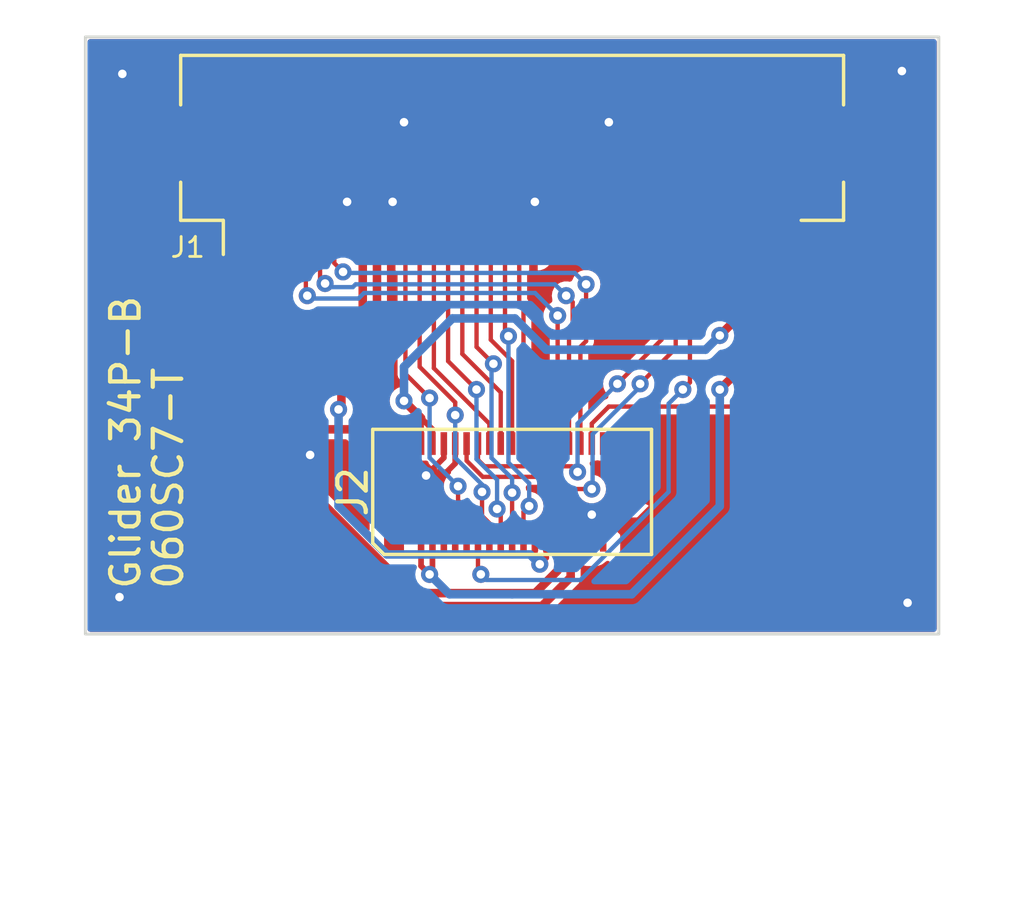
<source format=kicad_pcb>
(kicad_pcb (version 20240108) (generator "pcbnew") (generator_version "8.0")
  (layers (0 "F.Cu" signal) (31 "B.Cu" signal) (34 "B.Paste" user) (35 "F.Paste" user) (36 "B.SilkS" user "B.Silkscreen") (37 "F.SilkS" user "F.Silkscreen") (38 "B.Mask" user) (39 "F.Mask" user) (44 "Edge.Cuts" user))
  (net 0 "")
  (net 1 "VGL")
  (net 2 "GND")
  (net 3 "VGH")
  (net 4 "VCOM")
  (net 5 "VPOS")
  (net 6 "VNEG")
  (net 7 "+3V3")
  (net 10 "/BORDER")
  (net 14 "/GDOE")
  (net 15 "/GDCLK")
  (net 16 "/GDSP")
  (net 17 "/ESDCLK")
  (net 18 "/ED0")
  (net 19 "/ED8")
  (net 20 "/ED1")
  (net 21 "/ED9")
  (net 22 "/ED2")
  (net 23 "/ED10")
  (net 24 "/ED3")
  (net 25 "/ED11")
  (net 26 "/ED4")
  (net 27 "/ED12")
  (net 28 "/ED5")
  (net 29 "/ED13")
  (net 30 "/ED6")
  (net 31 "/ED14")
  (net 32 "/ED7")
  (net 33 "/ED15")
  (net 34 "/SDCE0")
  (net 35 "/ESDLE")
  (net 36 "/ESDOE")
  (footprint "footprints:AXT334124" (layer "F.Cu") (at 166 89)
    (property "Reference" "J2" (at -5.6 0 90) (layer "F.SilkS"))
    (property "Value" "AXT334124")
    (fp_line (start -4.9 -2.2) (end 4.9 -2.2) (stroke (width 0.12)) (layer "F.SilkS"))
    (fp_line (start -4.9 1.8) (end -4.9 -2.2) (stroke (width 0.12)) (layer "F.SilkS"))
    (fp_line (start -4.5 2.2) (end -4.9 1.8) (stroke (width 0.12)) (layer "F.SilkS"))
    (fp_line (start 4.9 -2.2) (end 4.9 2.2) (stroke (width 0.12)) (layer "F.SilkS"))
    (fp_line (start 4.9 2.2) (end -4.5 2.2) (stroke (width 0.12)) (layer "F.SilkS"))
    (pad "1" smd rect (at -3.2 1.7) (size 0.23 0.8) (layers "F.Cu" "F.Paste" "F.Mask") (net 6 "VNEG"))
    (pad "2" smd rect (at -3.2 -1.7) (size 0.23 0.8) (layers "F.Cu" "F.Paste" "F.Mask") (net 5 "VPOS"))
    (pad "3" smd rect (at -2.8 1.7) (size 0.23 0.8) (layers "F.Cu" "F.Paste" "F.Mask") (net 6 "VNEG"))
    (pad "4" smd rect (at -2.8 -1.7) (size 0.23 0.8) (layers "F.Cu" "F.Paste" "F.Mask") (net 5 "VPOS"))
    (pad "5" smd rect (at -2.4 1.7) (size 0.23 0.8) (layers "F.Cu" "F.Paste" "F.Mask") (net 7 "+3V3"))
    (pad "6" smd rect (at -2.4 -1.7) (size 0.23 0.8) (layers "F.Cu" "F.Paste" "F.Mask") (net 2 "GND"))
    (pad "7" smd rect (at -2 1.7) (size 0.23 0.8) (layers "F.Cu" "F.Paste" "F.Mask") (net 7 "+3V3"))
    (pad "8" smd rect (at -2 -1.7) (size 0.23 0.8) (layers "F.Cu" "F.Paste" "F.Mask") (net 2 "GND"))
    (pad "9" smd rect (at -1.6 1.7) (size 0.23 0.8) (layers "F.Cu" "F.Paste" "F.Mask") (net 17 "/ESDCLK"))
    (pad "10" smd rect (at -1.6 -1.7) (size 0.23 0.8) (layers "F.Cu" "F.Paste" "F.Mask") (net 35 "/ESDLE"))
    (pad "11" smd rect (at -1.2 1.7) (size 0.23 0.8) (layers "F.Cu" "F.Paste" "F.Mask") (net 36 "/ESDOE"))
    (pad "12" smd rect (at -1.2 -1.7) (size 0.23 0.8) (layers "F.Cu" "F.Paste" "F.Mask") (net 34 "/SDCE0"))
    (pad "13" smd rect (at -0.8 1.7) (size 0.23 0.8) (layers "F.Cu" "F.Paste" "F.Mask") (net 18 "/ED0"))
    (pad "14" smd rect (at -0.8 -1.7) (size 0.23 0.8) (layers "F.Cu" "F.Paste" "F.Mask") (net 20 "/ED1"))
    (pad "15" smd rect (at -0.4 1.7) (size 0.23 0.8) (layers "F.Cu" "F.Paste" "F.Mask") (net 22 "/ED2"))
    (pad "16" smd rect (at -0.4 -1.7) (size 0.23 0.8) (layers "F.Cu" "F.Paste" "F.Mask") (net 24 "/ED3"))
    (pad "17" smd rect (at 0 1.7) (size 0.23 0.8) (layers "F.Cu" "F.Paste" "F.Mask") (net 26 "/ED4"))
    (pad "18" smd rect (at 0 -1.7) (size 0.23 0.8) (layers "F.Cu" "F.Paste" "F.Mask") (net 28 "/ED5"))
    (pad "19" smd rect (at 0.4 1.7) (size 0.23 0.8) (layers "F.Cu" "F.Paste" "F.Mask") (net 30 "/ED6"))
    (pad "20" smd rect (at 0.4 -1.7) (size 0.23 0.8) (layers "F.Cu" "F.Paste" "F.Mask") (net 32 "/ED7"))
    (pad "21" smd rect (at 0.8 1.7) (size 0.23 0.8) (layers "F.Cu" "F.Paste" "F.Mask") (net 4 "VCOM"))
    (pad "22" smd rect (at 0.8 -1.7) (size 0.23 0.8) (layers "F.Cu" "F.Paste" "F.Mask"))
    (pad "23" smd rect (at 1.2 1.7) (size 0.23 0.8) (layers "F.Cu" "F.Paste" "F.Mask") (net 4 "VCOM"))
    (pad "24" smd rect (at 1.2 -1.7) (size 0.23 0.8) (layers "F.Cu" "F.Paste" "F.Mask"))
    (pad "25" smd rect (at 1.6 1.7) (size 0.23 0.8) (layers "F.Cu" "F.Paste" "F.Mask") (net 3 "VGH"))
    (pad "26" smd rect (at 1.6 -1.7) (size 0.23 0.8) (layers "F.Cu" "F.Paste" "F.Mask") (net 14 "/GDOE"))
    (pad "27" smd rect (at 2 1.7) (size 0.23 0.8) (layers "F.Cu" "F.Paste" "F.Mask") (net 1 "VGL"))
    (pad "28" smd rect (at 2 -1.7) (size 0.23 0.8) (layers "F.Cu" "F.Paste" "F.Mask") (net 15 "/GDCLK"))
    (pad "29" smd rect (at 2.4 1.7) (size 0.23 0.8) (layers "F.Cu" "F.Paste" "F.Mask") (net 1 "VGL"))
    (pad "30" smd rect (at 2.4 -1.7) (size 0.23 0.8) (layers "F.Cu" "F.Paste" "F.Mask") (net 16 "/GDSP"))
    (pad "31" smd rect (at 2.8 1.7) (size 0.23 0.8) (layers "F.Cu" "F.Paste" "F.Mask") (net 2 "GND"))
    (pad "32" smd rect (at 2.8 -1.7) (size 0.23 0.8) (layers "F.Cu" "F.Paste" "F.Mask") (net 10 "/BORDER"))
    (pad "33" smd rect (at 3.2 1.7) (size 0.23 0.8) (layers "F.Cu" "F.Paste" "F.Mask"))
    (pad "34" smd rect (at 3.2 -1.7) (size 0.23 0.8) (layers "F.Cu" "F.Paste" "F.Mask"))
    (pad "MP" smd rect (at -4.15 -1.5) (size 0.7 1.2) (layers "F.Cu" "F.Paste" "F.Mask") (net 2 "GND"))
    (pad "MP" smd rect (at -4.15 1.5) (size 0.7 1.2) (layers "F.Cu" "F.Paste" "F.Mask") (net 2 "GND"))
    (pad "MP" smd rect (at 4.15 -1.5) (size 0.7 1.2) (layers "F.Cu" "F.Paste" "F.Mask") (net 2 "GND"))
    (pad "MP" smd rect (at 4.15 1.5) (size 0.7 1.2) (layers "F.Cu" "F.Paste" "F.Mask") (net 2 "GND"))
  )
  (footprint "footprints:Hirose_FH12-40S-0.5SH_1x40-1MP_P0.50mm_Horizontal_Reversed" (layer "F.Cu") (at 166 78.15 180)
    (property "Reference" "J1" (at 11.4 -2.25 0) (layer "F.SilkS") (effects (font (size 0.7 0.7) (thickness 0.1))))
    (property "Value" "FH12-40S-0.5SH")
    (fp_line (start 11.65 4.5) (end 11.65 2.76) (stroke (width 0.12)) (layer "F.SilkS"))
    (fp_line (start 11.65 -1.3) (end 11.65 0.04) (stroke (width 0.12)) (layer "F.SilkS"))
    (fp_line (start 10.16 -1.3) (end 11.65 -1.3) (stroke (width 0.12)) (layer "F.SilkS"))
    (fp_line (start 10.15 -1.3) (end 10.15 -2.5) (stroke (width 0.12)) (layer "F.SilkS"))
    (fp_line (start -10.16 -1.3) (end -11.65 -1.3) (stroke (width 0.12)) (layer "F.SilkS"))
    (fp_line (start -11.65 4.5) (end 11.65 4.5) (stroke (width 0.12)) (layer "F.SilkS"))
    (fp_line (start -11.65 2.76) (end -11.65 4.5) (stroke (width 0.12)) (layer "F.SilkS"))
    (fp_line (start -11.65 -1.3) (end -11.65 0.04) (stroke (width 0.12)) (layer "F.SilkS"))
    (pad "1" smd rect (at 9.75 -1.9) (size 0.3 1.3) (layers "F.Cu" "F.Paste" "F.Mask") (net 1 "VGL"))
    (pad "2" smd rect (at 9.25 -1.9) (size 0.3 1.3) (layers "F.Cu" "F.Paste" "F.Mask"))
    (pad "3" smd rect (at 8.75 -1.9) (size 0.3 1.3) (layers "F.Cu" "F.Paste" "F.Mask") (net 3 "VGH"))
    (pad "4" smd rect (at 8.25 -1.9) (size 0.3 1.3) (layers "F.Cu" "F.Paste" "F.Mask"))
    (pad "5" smd rect (at 7.75 -1.9) (size 0.3 1.3) (layers "F.Cu" "F.Paste" "F.Mask") (net 7 "+3V3"))
    (pad "6" smd rect (at 7.25 -1.9) (size 0.3 1.3) (layers "F.Cu" "F.Paste" "F.Mask") (net 14 "/GDOE"))
    (pad "7" smd rect (at 6.75 -1.9) (size 0.3 1.3) (layers "F.Cu" "F.Paste" "F.Mask") (net 15 "/GDCLK"))
    (pad "8" smd rect (at 6.25 -1.9) (size 0.3 1.3) (layers "F.Cu" "F.Paste" "F.Mask") (net 16 "/GDSP"))
    (pad "9" smd rect (at 5.75 -1.9) (size 0.3 1.3) (layers "F.Cu" "F.Paste" "F.Mask") (net 2 "GND"))
    (pad "10" smd rect (at 5.25 -1.9) (size 0.3 1.3) (layers "F.Cu" "F.Paste" "F.Mask") (net 4 "VCOM"))
    (pad "11" smd rect (at 4.75 -1.9) (size 0.3 1.3) (layers "F.Cu" "F.Paste" "F.Mask") (net 7 "+3V3"))
    (pad "12" smd rect (at 4.25 -1.9) (size 0.3 1.3) (layers "F.Cu" "F.Paste" "F.Mask") (net 2 "GND"))
    (pad "13" smd rect (at 3.75 -1.9) (size 0.3 1.3) (layers "F.Cu" "F.Paste" "F.Mask") (net 17 "/ESDCLK"))
    (pad "14" smd rect (at 3.25 -1.9) (size 0.3 1.3) (layers "F.Cu" "F.Paste" "F.Mask") (net 18 "/ED0"))
    (pad "15" smd rect (at 2.75 -1.9) (size 0.3 1.3) (layers "F.Cu" "F.Paste" "F.Mask") (net 20 "/ED1"))
    (pad "16" smd rect (at 2.25 -1.9) (size 0.3 1.3) (layers "F.Cu" "F.Paste" "F.Mask") (net 22 "/ED2"))
    (pad "17" smd rect (at 1.75 -1.9) (size 0.3 1.3) (layers "F.Cu" "F.Paste" "F.Mask") (net 24 "/ED3"))
    (pad "18" smd rect (at 1.25 -1.9) (size 0.3 1.3) (layers "F.Cu" "F.Paste" "F.Mask") (net 26 "/ED4"))
    (pad "19" smd rect (at 0.75 -1.9) (size 0.3 1.3) (layers "F.Cu" "F.Paste" "F.Mask") (net 28 "/ED5"))
    (pad "20" smd rect (at 0.25 -1.9) (size 0.3 1.3) (layers "F.Cu" "F.Paste" "F.Mask") (net 30 "/ED6"))
    (pad "21" smd rect (at -0.25 -1.9) (size 0.3 1.3) (layers "F.Cu" "F.Paste" "F.Mask") (net 32 "/ED7"))
    (pad "22" smd rect (at -0.75 -1.9) (size 0.3 1.3) (layers "F.Cu" "F.Paste" "F.Mask") (net 2 "GND"))
    (pad "23" smd rect (at -1.25 -1.9) (size 0.3 1.3) (layers "F.Cu" "F.Paste" "F.Mask") (net 19 "/ED8"))
    (pad "24" smd rect (at -1.75 -1.9) (size 0.3 1.3) (layers "F.Cu" "F.Paste" "F.Mask") (net 21 "/ED9"))
    (pad "25" smd rect (at -2.25 -1.9) (size 0.3 1.3) (layers "F.Cu" "F.Paste" "F.Mask") (net 23 "/ED10"))
    (pad "26" smd rect (at -2.75 -1.9) (size 0.3 1.3) (layers "F.Cu" "F.Paste" "F.Mask") (net 25 "/ED11"))
    (pad "27" smd rect (at -3.25 -1.9) (size 0.3 1.3) (layers "F.Cu" "F.Paste" "F.Mask") (net 27 "/ED12"))
    (pad "28" smd rect (at -3.75 -1.9) (size 0.3 1.3) (layers "F.Cu" "F.Paste" "F.Mask") (net 29 "/ED13"))
    (pad "29" smd rect (at -4.25 -1.9) (size 0.3 1.3) (layers "F.Cu" "F.Paste" "F.Mask") (net 31 "/ED14"))
    (pad "30" smd rect (at -4.75 -1.9) (size 0.3 1.3) (layers "F.Cu" "F.Paste" "F.Mask") (net 33 "/ED15"))
    (pad "31" smd rect (at -5.25 -1.9) (size 0.3 1.3) (layers "F.Cu" "F.Paste" "F.Mask") (net 34 "/SDCE0"))
    (pad "32" smd rect (at -5.75 -1.9) (size 0.3 1.3) (layers "F.Cu" "F.Paste" "F.Mask") (net 35 "/ESDLE"))
    (pad "33" smd rect (at -6.25 -1.9) (size 0.3 1.3) (layers "F.Cu" "F.Paste" "F.Mask") (net 36 "/ESDOE"))
    (pad "34" smd rect (at -6.75 -1.9) (size 0.3 1.3) (layers "F.Cu" "F.Paste" "F.Mask"))
    (pad "35" smd rect (at -7.25 -1.9) (size 0.3 1.3) (layers "F.Cu" "F.Paste" "F.Mask"))
    (pad "36" smd rect (at -7.75 -1.9) (size 0.3 1.3) (layers "F.Cu" "F.Paste" "F.Mask") (net 5 "VPOS"))
    (pad "37" smd rect (at -8.25 -1.9) (size 0.3 1.3) (layers "F.Cu" "F.Paste" "F.Mask"))
    (pad "38" smd rect (at -8.75 -1.9) (size 0.3 1.3) (layers "F.Cu" "F.Paste" "F.Mask") (net 6 "VNEG"))
    (pad "39" smd rect (at -9.25 -1.9) (size 0.3 1.3) (layers "F.Cu" "F.Paste" "F.Mask"))
    (pad "40" smd rect (at -9.75 -1.9) (size 0.3 1.3) (layers "F.Cu" "F.Paste" "F.Mask") (net 10 "/BORDER"))
    (pad "MP" smd rect (at -11.65 1.4 180) (size 1.8 2.2) (layers "F.Cu" "F.Paste" "F.Mask") (net 2 "GND"))
    (pad "MP" smd rect (at 11.65 1.4 180) (size 1.8 2.2) (layers "F.Cu" "F.Paste" "F.Mask") (net 2 "GND"))
  )
  (gr_rect (start 151 73) (end 181 94) (stroke (width 0.1)) (fill none) (layer "Edge.Cuts"))
  (gr_text "060SC7-T" (at 154.5 92.5 90) (layer "F.SilkS") (effects (font (size 1 1)) (justify left bottom)))
  (gr_text "Glider 34P-B" (at 153 92.5 90) (layer "F.SilkS") (effects (font (size 1 1)) (justify left bottom)))
  (segment (start 168.2328 91.369) (end 168.1166 91.369) (width 0.2298) (layer "F.Cu") (net 1))
  (segment (start 162.2448 93.0156) (end 167.0477 93.0156) (width 0.3) (layer "F.Cu") (net 1))
  (segment (start 156.25 87.0208) (end 162.2448 93.0156) (width 0.3) (layer "F.Cu") (net 1))
  (segment (start 167.0477 93.0156) (end 168.0582 92.0051) (width 0.3) (layer "F.Cu") (net 1))
  (segment (start 168 90.7) (end 168 91.369) (width 0.2298) (layer "F.Cu") (net 1))
  (segment (start 168.1164 91.369) (end 168.0582 91.369) (width 0.2298) (layer "F.Cu") (net 1))
  (segment (start 168.0582 92.0051) (end 168.0582 91.369) (width 0.3) (layer "F.Cu") (net 1))
  (segment (start 156.25 80.05) (end 156.25 87.0208) (width 0.3) (layer "F.Cu") (net 1))
  (segment (start 168.4 90.7) (end 168.4 91.0345) (width 0.2298) (layer "F.Cu") (net 1))
  (segment (start 168.1164 91.369) (end 168.1166 91.369) (width 0.3) (layer "F.Cu") (net 1))
  (segment (start 168.4 91.0345) (end 168.4 91.2018) (width 0.2298) (layer "F.Cu") (net 1))
  (segment (start 168.0582 91.369) (end 168 91.369) (width 0.2298) (layer "F.Cu") (net 1))
  (segment (start 168.4 91.2018) (end 168.2328 91.369) (width 0.2298) (layer "F.Cu") (net 1))
  (segment (start 166.75 78.85) (end 166.8 78.8) (width 0.2) (layer "F.Cu") (net 2))
  (segment (start 168.8 90.7) (end 168.8 89.8) (width 0.2) (layer "F.Cu") (net 2))
  (segment (start 161.75 78.85) (end 161.8 78.8) (width 0.2) (layer "F.Cu") (net 2))
  (segment (start 163.576223 88.423777) (end 162.976223 88.423777) (width 0.2) (layer "F.Cu") (net 2))
  (segment (start 161.8 84.5) (end 161.75 84.45) (width 0.2) (layer "F.Cu") (net 2))
  (segment (start 161.1 88.2048) (end 161.1 85.5) (width 0.2) (layer "F.Cu") (net 2))
  (segment (start 161.7 90.5) (end 158.9 87.7) (width 0.2) (layer "F.Cu") (net 2))
  (segment (start 162.976223 88.423777) (end 161.318977 88.423777) (width 0.2) (layer "F.Cu") (net 2))
  (segment (start 161.75 80.05) (end 161.75 78.85) (width 0.2) (layer "F.Cu") (net 2))
  (segment (start 166.75 80.05) (end 166.75 78.85) (width 0.2) (layer "F.Cu") (net 2))
  (segment (start 161.8 84.8) (end 161.8 84.5) (width 0.2) (layer "F.Cu") (net 2))
  (segment (start 164 88) (end 163.576223 88.423777) (width 0.2) (layer "F.Cu") (net 2))
  (segment (start 163.6 87.3) (end 163.6 87.8) (width 0.2) (layer "F.Cu") (net 2))
  (segment (start 161.85 90.5) (end 161.7 90.5) (width 0.2) (layer "F.Cu") (net 2))
  (segment (start 160.25 80.05) (end 160.25 78.85) (width 0.2) (layer "F.Cu") (net 2))
  (segment (start 164 87.3) (end 164 88) (width 0.2) (layer "F.Cu") (net 2))
  (segment (start 161.318977 88.423777) (end 161.1 88.2048) (width 0.2) (layer "F.Cu") (net 2))
  (segment (start 160.25 78.85) (end 160.2 78.8) (width 0.2) (layer "F.Cu") (net 2))
  (segment (start 161.1 85.5) (end 161.8 84.8) (width 0.2) (layer "F.Cu") (net 2))
  (segment (start 161.75 84.45) (end 161.75 80.05) (width 0.2) (layer "F.Cu") (net 2))
  (segment (start 163.6 87.8) (end 162.976223 88.423777) (width 0.2) (layer "F.Cu") (net 2))
  (via (at 158.9 87.7) (size 0.6) (drill 0.3) (layers "F.Cu" "B.Cu") (net 2))
  (via (at 169.4 76) (size 0.6) (drill 0.3) (layers "F.Cu" "B.Cu") (net 2))
  (via (at 162.2 76) (size 0.6) (drill 0.3) (layers "F.Cu" "B.Cu") (net 2))
  (via (at 162.976223 88.423777) (size 0.6) (drill 0.3) (layers "F.Cu" "B.Cu") (net 2))
  (via (at 168.8 89.8) (size 0.6) (drill 0.3) (layers "F.Cu" "B.Cu") (net 2))
  (via (at 179.9 92.9) (size 0.6) (drill 0.3) (layers "F.Cu" "B.Cu") (net 2))
  (via (at 161.8 78.8) (size 0.6) (drill 0.3) (layers "F.Cu" "B.Cu") (net 2))
  (via (at 179.7 74.2) (size 0.6) (drill 0.3) (layers "F.Cu" "B.Cu") (net 2))
  (via (at 152.2 92.7) (size 0.6) (drill 0.3) (layers "F.Cu" "B.Cu") (net 2))
  (via (at 166.8 78.8) (size 0.6) (drill 0.3) (layers "F.Cu" "B.Cu") (net 2))
  (via (at 160.2 78.8) (size 0.6) (drill 0.3) (layers "F.Cu" "B.Cu") (net 2))
  (via (at 152.3 74.3) (size 0.6) (drill 0.3) (layers "F.Cu" "B.Cu") (net 2))
  (segment (start 171.1 85.2) (end 171.6 84.7) (width 0.2) (layer "B.Cu") (net 2))
  (segment (start 171.1 88.4) (end 171.1 85.2) (width 0.2) (layer "B.Cu") (net 2))
  (segment (start 173.306657 84.7) (end 174.4 83.606657) (width 0.2) (layer "B.Cu") (net 2))
  (segment (start 168.8 89.8) (end 169.7 89.8) (width 0.2) (layer "B.Cu") (net 2))
  (segment (start 173.8 78.8) (end 166.8 78.8) (width 0.2) (layer "B.Cu") (net 2))
  (segment (start 174.4 79.4) (end 173.8 78.8) (width 0.2) (layer "B.Cu") (net 2))
  (segment (start 171.6 84.7) (end 173.306657 84.7) (width 0.2) (layer "B.Cu") (net 2))
  (segment (start 174.4 83.606657) (end 174.4 79.4) (width 0.2) (layer "B.Cu") (net 2))
  (segment (start 169.7 89.8) (end 171.1 88.4) (width 0.2) (layer "B.Cu") (net 2))
  (segment (start 167.6 91.769) (end 167.6 90.7) (width 0.2298) (layer "F.Cu") (net 3))
  (segment (start 157.25 87.3145) (end 162.497 92.5615) (width 0.3) (layer "F.Cu") (net 3))
  (segment (start 162.497 92.5615) (end 166.8075 92.5615) (width 0.3) (layer "F.Cu") (net 3))
  (segment (start 166.8075 92.5615) (end 167.6 91.769) (width 0.3) (layer "F.Cu") (net 3))
  (segment (start 157.25 80.05) (end 157.25 87.3145) (width 0.3) (layer "F.Cu") (net 3))
  (segment (start 167.2 91.317076) (end 166.972838 91.544238) (width 0.2) (layer "F.Cu") (net 4))
  (segment (start 160 86) (end 159.9 86.1) (width 0.3) (layer "F.Cu") (net 4))
  (segment (start 166.8 90.7) (end 166.8 91.3714) (width 0.2) (layer "F.Cu") (net 4))
  (segment (start 166.8 91.3714) (end 166.972838 91.544238) (width 0.2) (layer "F.Cu") (net 4))
  (segment (start 167.2 90.7) (end 167.2 91.317076) (width 0.2) (layer "F.Cu") (net 4))
  (segment (start 160.75 80.05) (end 160.75 83.85) (width 0.3) (layer "F.Cu") (net 4))
  (segment (start 160.75 83.85) (end 160 84.6) (width 0.3) (layer "F.Cu") (net 4))
  (segment (start 160 84.6) (end 160 86) (width 0.3) (layer "F.Cu") (net 4))
  (via (at 166.972838 91.544238) (size 0.6) (drill 0.3) (layers "F.Cu" "B.Cu") (net 4))
  (via (at 159.9 86.1) (size 0.6) (drill 0.3) (layers "F.Cu" "B.Cu") (net 4))
  (segment (start 166.972838 91.544238) (end 166.6286 91.2) (width 0.3) (layer "B.Cu") (net 4))
  (segment (start 161.6 91.2) (end 159.9 89.5) (width 0.3) (layer "B.Cu") (net 4))
  (segment (start 159.9 89.5) (end 159.9 86.1) (width 0.3) (layer "B.Cu") (net 4))
  (segment (start 166.6286 91.2) (end 161.6 91.2) (width 0.3) (layer "B.Cu") (net 4))
  (segment (start 173.75 80.05) (end 173.75 83.05) (width 0.3) (layer "F.Cu") (net 5))
  (segment (start 163.2 86.8) (end 162.8 86.4) (width 0.2) (layer "F.Cu") (net 5))
  (segment (start 162.8 87.3) (end 162.8 86.4) (width 0.2) (layer "F.Cu") (net 5))
  (segment (start 163.2 87.3) (end 163.2 86.8) (width 0.2) (layer "F.Cu") (net 5))
  (segment (start 162.2 85.8) (end 162.8 86.4) (width 0.3) (layer "F.Cu") (net 5))
  (segment (start 173.75 83.05) (end 173.3 83.5) (width 0.3) (layer "F.Cu") (net 5))
  (via (at 173.3 83.5) (size 0.6) (drill 0.3) (layers "F.Cu" "B.Cu") (net 5))
  (via (at 162.2 85.8) (size 0.6) (drill 0.3) (layers "F.Cu" "B.Cu") (net 5))
  (segment (start 167.2 84) (end 166.1 82.9) (width 0.3) (layer "B.Cu") (net 5))
  (segment (start 163.9 82.9) (end 162.2 84.6) (width 0.3) (layer "B.Cu") (net 5))
  (segment (start 166.1 82.9) (end 163.9 82.9) (width 0.3) (layer "B.Cu") (net 5))
  (segment (start 172.8 84) (end 167.2 84) (width 0.3) (layer "B.Cu") (net 5))
  (segment (start 173.3 83.5) (end 172.8 84) (width 0.3) (layer "B.Cu") (net 5))
  (segment (start 162.2 84.6) (end 162.2 85.8) (width 0.3) (layer "B.Cu") (net 5))
  (segment (start 162.8 90.7) (end 162.8 91.6024) (width 0.2) (layer "F.Cu") (net 6))
  (segment (start 163.2 91.8024) (end 163.1 91.9024) (width 0.2) (layer "F.Cu") (net 6))
  (segment (start 163.2 90.7) (end 163.2 91.8024) (width 0.2) (layer "F.Cu") (net 6))
  (segment (start 174.75 83.95) (end 174.75 80.05) (width 0.3) (layer "F.Cu") (net 6))
  (segment (start 173.3 85.4) (end 174.75 83.95) (width 0.3) (layer "F.Cu") (net 6))
  (segment (start 162.8 91.6024) (end 163.1 91.9024) (width 0.2) (layer "F.Cu") (net 6))
  (via (at 173.3 85.4) (size 0.6) (drill 0.3) (layers "F.Cu" "B.Cu") (net 6))
  (via (at 163.1 91.9024) (size 0.6) (drill 0.3) (layers "F.Cu" "B.Cu") (net 6))
  (segment (start 172.6 90.2) (end 173.3 89.5) (width 0.3) (layer "B.Cu") (net 6))
  (segment (start 173.3 89.5) (end 173.3 85.4) (width 0.3) (layer "B.Cu") (net 6))
  (segment (start 163.7976 92.6) (end 166 92.6) (width 0.3) (layer "B.Cu") (net 6))
  (segment (start 170.2 92.6) (end 172.6 90.2) (width 0.3) (layer "B.Cu") (net 6))
  (segment (start 166 92.6) (end 170.2 92.6) (width 0.3) (layer "B.Cu") (net 6))
  (segment (start 163.1 91.9024) (end 163.7976 92.6) (width 0.3) (layer "B.Cu") (net 6))
  (segment (start 160.6 86.9) (end 160.6 88.3) (width 0.3) (layer "F.Cu") (net 7))
  (segment (start 164 90.3) (end 163.75 90.05) (width 0.2) (layer "F.Cu") (net 7))
  (segment (start 161.25 84.55) (end 160.6 85.2) (width 0.3) (layer "F.Cu") (net 7))
  (segment (start 159.3 86.8) (end 160.5 86.8) (width 0.3) (layer "F.Cu") (net 7))
  (segment (start 158.1 85.6) (end 159.3 86.8) (width 0.3) (layer "F.Cu") (net 7))
  (segment (start 164 90.7) (end 164 90.3) (width 0.2) (layer "F.Cu") (net 7))
  (segment (start 162.8 89.1) (end 163.75 90.05) (width 0.3) (layer "F.Cu") (net 7))
  (segment (start 160.5 86.8) (end 160.6 86.9) (width 0.3) (layer "F.Cu") (net 7))
  (segment (start 163.6 90.7) (end 163.6 90.2) (width 0.2) (layer "F.Cu") (net 7))
  (segment (start 158.25 81) (end 158.1 81.15) (width 0.3) (layer "F.Cu") (net 7))
  (segment (start 158.1 81.15) (end 158.1 85.6) (width 0.3) (layer "F.Cu") (net 7))
  (segment (start 163.6 90.2) (end 163.75 90.05) (width 0.2) (layer "F.Cu") (net 7))
  (segment (start 160.6 88.3) (end 161.4 89.1) (width 0.3) (layer "F.Cu") (net 7))
  (segment (start 161.4 89.1) (end 162.8 89.1) (width 0.3) (layer "F.Cu") (net 7))
  (segment (start 161.25 80.05) (end 161.25 84.55) (width 0.3) (layer "F.Cu") (net 7))
  (segment (start 160.6 85.2) (end 160.6 86.9) (width 0.3) (layer "F.Cu") (net 7))
  (segment (start 158.25 80.05) (end 158.25 81) (width 0.3) (layer "F.Cu") (net 7))
  (segment (start 174 86) (end 175.75 84.25) (width 0.1524) (layer "F.Cu") (net 10))
  (segment (start 168.8 87.3) (end 168.8 86.6) (width 0.1524) (layer "F.Cu") (net 10))
  (segment (start 169.4 86) (end 174 86) (width 0.1524) (layer "F.Cu") (net 10))
  (segment (start 168.8 86.6) (end 169.4 86) (width 0.1524) (layer "F.Cu") (net 10))
  (segment (start 175.75 84.25) (end 175.75 80.05) (width 0.1524) (layer "F.Cu") (net 10))
  (segment (start 158.75 82.05) (end 158.75 80.05) (width 0.1524) (layer "F.Cu") (net 14))
  (segment (start 167.6 87.3) (end 167.6 82.8) (width 0.1524) (layer "F.Cu") (net 14))
  (segment (start 158.8 82.1) (end 158.75 82.05) (width 0.1524) (layer "F.Cu") (net 14))
  (via (at 167.6 82.8) (size 0.6) (drill 0.3) (layers "F.Cu" "B.Cu") (net 14))
  (via (at 158.8 82.1) (size 0.6) (drill 0.3) (layers "F.Cu" "B.Cu") (net 14))
  (segment (start 166.8048 82.0048) (end 160.7952 82.0048) (width 0.1524) (layer "B.Cu") (net 14))
  (segment (start 167.6 82.8) (end 166.8048 82.0048) (width 0.1524) (layer "B.Cu") (net 14))
  (segment (start 160.7952 82.0048) (end 160.6 82.2) (width 0.1524) (layer "B.Cu") (net 14))
  (segment (start 158.9 82.2) (end 158.8 82.1) (width 0.1524) (layer "B.Cu") (net 14))
  (segment (start 160.6 82.2) (end 158.9 82.2) (width 0.1524) (layer "B.Cu") (net 14))
  (segment (start 168.1286 82.3286) (end 167.9 82.1) (width 0.1524) (layer "F.Cu") (net 15))
  (segment (start 168.1286 83.3714) (end 168.1286 82.3286) (width 0.1524) (layer "F.Cu") (net 15))
  (segment (start 168.1 83.4) (end 168.1286 83.3714) (width 0.1524) (layer "F.Cu") (net 15))
  (segment (start 168 87.3) (end 168 83.5) (width 0.1524) (layer "F.Cu") (net 15))
  (segment (start 168 83.5) (end 168.1 83.4) (width 0.1524) (layer "F.Cu") (net 15))
  (segment (start 159.25 81.495363) (end 159.25 80.05) (width 0.1524) (layer "F.Cu") (net 15))
  (segment (start 159.426037 81.6714) (end 159.25 81.495363) (width 0.1524) (layer "F.Cu") (net 15))
  (via (at 159.426037 81.6714) (size 0.6) (drill 0.3) (layers "F.Cu" "B.Cu") (net 15))
  (via (at 167.9 82.1) (size 0.6) (drill 0.3) (layers "F.Cu" "B.Cu") (net 15))
  (segment (start 159.554637 81.8) (end 159.426037 81.6714) (width 0.1524) (layer "B.Cu") (net 15))
  (segment (start 160.5 81.7) (end 160.4 81.8) (width 0.1524) (layer "B.Cu") (net 15))
  (segment (start 167.9 82.1) (end 167.5 81.7) (width 0.1524) (layer "B.Cu") (net 15))
  (segment (start 160.4 81.8) (end 159.554637 81.8) (width 0.1524) (layer "B.Cu") (net 15))
  (segment (start 167.5 81.7) (end 160.5 81.7) (width 0.1524) (layer "B.Cu") (net 15))
  (segment (start 168.5 83.8) (end 168.6 83.7) (width 0.1524) (layer "F.Cu") (net 16))
  (segment (start 168.4 87.3) (end 168.4 84.5) (width 0.1524) (layer "F.Cu") (net 16))
  (segment (start 160.057726 81.262647) (end 159.75 80.954921) (width 0.1524) (layer "F.Cu") (net 16))
  (segment (start 168.6 83.7) (end 168.6 81.7) (width 0.1524) (layer "F.Cu") (net 16))
  (segment (start 168.4 83.9) (end 168.5 83.8) (width 0.1524) (layer "F.Cu") (net 16))
  (segment (start 159.75 80.954921) (end 159.75 80.05) (width 0.1524) (layer "F.Cu") (net 16))
  (segment (start 168.4 84.5) (end 168.4 83.9) (width 0.1524) (layer "F.Cu") (net 16))
  (via (at 168.6 81.7) (size 0.6) (drill 0.3) (layers "F.Cu" "B.Cu") (net 16))
  (via (at 160.057726 81.262647) (size 0.6) (drill 0.3) (layers "F.Cu" "B.Cu") (net 16))
  (segment (start 165.7 81.3) (end 160.095079 81.3) (width 0.1524) (layer "B.Cu") (net 16))
  (segment (start 168.2 81.3) (end 165.7 81.3) (width 0.1524) (layer "B.Cu") (net 16))
  (segment (start 160.095079 81.3) (end 160.057726 81.262647) (width 0.1524) (layer "B.Cu") (net 16))
  (segment (start 168.6 81.7) (end 168.2 81.3) (width 0.1524) (layer "B.Cu") (net 16))
  (segment (start 164.1 88.8) (end 164.1 89.3) (width 0.1524) (layer "F.Cu") (net 17))
  (segment (start 164.1 89.3) (end 164.4 89.6) (width 0.1524) (layer "F.Cu") (net 17))
  (segment (start 162.25 84.85) (end 163.1 85.7) (width 0.1524) (layer "F.Cu") (net 17))
  (segment (start 162.25 80.05) (end 162.25 84.85) (width 0.1524) (layer "F.Cu") (net 17))
  (segment (start 164.4 89.6) (end 164.4 90.7) (width 0.1524) (layer "F.Cu") (net 17))
  (via (at 164.1 88.8) (size 0.6) (drill 0.3) (layers "F.Cu" "B.Cu") (net 17))
  (via (at 163.1 85.7) (size 0.6) (drill 0.3) (layers "F.Cu" "B.Cu") (net 17))
  (segment (start 163.1 87.8) (end 164.1 88.8) (width 0.1524) (layer "B.Cu") (net 17))
  (segment (start 163.1 85.7) (end 163.1 87.8) (width 0.1524) (layer "B.Cu") (net 17))
  (segment (start 165.2 90.1) (end 165.2 90.7) (width 0.1524) (layer "F.Cu") (net 18))
  (segment (start 164.9428 89.8428) (end 165.2 90.1) (width 0.1524) (layer "F.Cu") (net 18))
  (segment (start 164.9428 89) (end 164.9428 89.8428) (width 0.1524) (layer "F.Cu") (net 18))
  (segment (start 164 86.3) (end 164 85.852446) (width 0.1524) (layer "F.Cu") (net 18))
  (segment (start 162.75 84.602446) (end 162.75 80.05) (width 0.1524) (layer "F.Cu") (net 18))
  (segment (start 164 85.852446) (end 162.75 84.602446) (width 0.1524) (layer "F.Cu") (net 18))
  (via (at 164.9428 89) (size 0.6) (drill 0.3) (layers "F.Cu" "B.Cu") (net 18))
  (via (at 164 86.3) (size 0.6) (drill 0.3) (layers "F.Cu" "B.Cu") (net 18))
  (segment (start 164 86.3) (end 164 87.8) (width 0.1524) (layer "B.Cu") (net 18))
  (segment (start 164 87.8) (end 164.9428 88.7428) (width 0.1524) (layer "B.Cu") (net 18))
  (segment (start 164.9428 88.7428) (end 164.9428 89) (width 0.1524) (layer "B.Cu") (net 18))
  (segment (start 163.25 80.05) (end 163.25 84.65) (width 0.1524) (layer "F.Cu") (net 20))
  (segment (start 165.2 86.6) (end 165.2 87.3) (width 0.1524) (layer "F.Cu") (net 20))
  (segment (start 163.25 84.65) (end 165.2 86.6) (width 0.1524) (layer "F.Cu") (net 20))
  (segment (start 165.4714 89.6) (end 165.6 89.7286) (width 0.1524) (layer "F.Cu") (net 22))
  (segment (start 163.75 84.402447) (end 163.75 80.05) (width 0.1524) (layer "F.Cu") (net 22))
  (segment (start 164.747623 85.40007) (end 163.75 84.402447) (width 0.1524) (layer "F.Cu") (net 22))
  (segment (start 165.6 89.7286) (end 165.6 90.7) (width 0.1524) (layer "F.Cu") (net 22))
  (via (at 164.747623 85.40007) (size 0.6) (drill 0.3) (layers "F.Cu" "B.Cu") (net 22))
  (via (at 165.4714 89.6) (size 0.6) (drill 0.3) (layers "F.Cu" "B.Cu") (net 22))
  (segment (start 164.747623 87.847623) (end 165.4714 88.5714) (width 0.1524) (layer "B.Cu") (net 22))
  (segment (start 165.4714 88.5714) (end 165.4714 89.6) (width 0.1524) (layer "B.Cu") (net 22))
  (segment (start 164.747623 85.40007) (end 164.747623 87.847623) (width 0.1524) (layer "B.Cu") (net 22))
  (segment (start 164.25 84.15) (end 165.6 85.5) (width 0.1524) (layer "F.Cu") (net 24))
  (segment (start 165.6 85.5) (end 165.6 87.3) (width 0.1524) (layer "F.Cu") (net 24))
  (segment (start 164.25 80.05) (end 164.25 84.15) (width 0.1524) (layer "F.Cu") (net 24))
  (segment (start 165.3428 84.495248) (end 164.75 83.902448) (width 0.1524) (layer "F.Cu") (net 26))
  (segment (start 166 89.0286) (end 166 90.7) (width 0.1524) (layer "F.Cu") (net 26))
  (segment (start 164.75 83.902448) (end 164.75 80.05) (width 0.1524) (layer "F.Cu") (net 26))
  (via (at 166 89.0286) (size 0.6) (drill 0.3) (layers "F.Cu" "B.Cu") (net 26))
  (via (at 165.3428 84.495248) (size 0.6) (drill 0.3) (layers "F.Cu" "B.Cu") (net 26))
  (segment (start 165.276223 84.561825) (end 165.276223 87.807275) (width 0.1524) (layer "B.Cu") (net 26))
  (segment (start 165.3428 84.495248) (end 165.276223 84.561825) (width 0.1524) (layer "B.Cu") (net 26))
  (segment (start 165.276223 87.807275) (end 166 88.531052) (width 0.1524) (layer "B.Cu") (net 26))
  (segment (start 166 88.531052) (end 166 89.0286) (width 0.1524) (layer "B.Cu") (net 26))
  (segment (start 166 84.4) (end 166 87.3) (width 0.1524) (layer "F.Cu") (net 28))
  (segment (start 165.25 83.65) (end 166 84.4) (width 0.1524) (layer "F.Cu") (net 28))
  (segment (start 165.25 80.05) (end 165.25 83.65) (width 0.1524) (layer "F.Cu") (net 28))
  (segment (start 166.4 89.7) (end 166.4 90.7) (width 0.1524) (layer "F.Cu") (net 30))
  (segment (start 166.6 89.5) (end 166.4 89.7) (width 0.1524) (layer "F.Cu") (net 30))
  (segment (start 165.8714 83.523848) (end 165.75 83.402448) (width 0.1524) (layer "F.Cu") (net 30))
  (segment (start 165.75 83.402448) (end 165.75 80.05) (width 0.1524) (layer "F.Cu") (net 30))
  (via (at 166.6 89.5) (size 0.6) (drill 0.3) (layers "F.Cu" "B.Cu") (net 30))
  (via (at 165.8714 83.523848) (size 0.6) (drill 0.3) (layers "F.Cu" "B.Cu") (net 30))
  (segment (start 165.8714 83.523848) (end 165.8714 87.9714) (width 0.1524) (layer "B.Cu") (net 30))
  (segment (start 166.6 88.7) (end 166.6 89.5) (width 0.1524) (layer "B.Cu") (net 30))
  (segment (start 165.8714 87.9714) (end 166.6 88.7) (width 0.1524) (layer "B.Cu") (net 30))
  (segment (start 166.25 82.35) (end 166.4 82.5) (width 0.1524) (layer "F.Cu") (net 32))
  (segment (start 166.25 80.05) (end 166.25 82.35) (width 0.1524) (layer "F.Cu") (net 32))
  (segment (start 166.4 82.5) (end 166.4 87.3) (width 0.1524) (layer "F.Cu") (net 32))
  (segment (start 168.1 88.1) (end 168.3 88.3) (width 0.1524) (layer "F.Cu") (net 34))
  (segment (start 171.25 83.65) (end 171.25 80.05) (width 0.1524) (layer "F.Cu") (net 34))
  (segment (start 169.7 85.2) (end 171.25 83.65) (width 0.1524) (layer "F.Cu") (net 34))
  (segment (start 165.0278 88.1) (end 165.6 88.1) (width 0.1524) (layer "F.Cu") (net 34))
  (segment (start 164.8 87.3) (end 164.8 87.8722) (width 0.1524) (layer "F.Cu") (net 34))
  (segment (start 164.8 87.8722) (end 165.0278 88.1) (width 0.1524) (layer "F.Cu") (net 34))
  (segment (start 165.6 88.1) (end 168.1 88.1) (width 0.1524) (layer "F.Cu") (net 34))
  (via (at 169.7 85.2) (size 0.6) (drill 0.3) (layers "F.Cu" "B.Cu") (net 34))
  (via (at 168.3 88.3) (size 0.6) (drill 0.3) (layers "F.Cu" "B.Cu") (net 34))
  (segment (start 168.3 88.3) (end 168.3 86.6) (width 0.1524) (layer "B.Cu") (net 34))
  (segment (start 168.3 86.6) (end 169.7 85.2) (width 0.1524) (layer "B.Cu") (net 34))
  (segment (start 164.4 87.903252) (end 164.968148 88.4714) (width 0.1524) (layer "F.Cu") (net 35))
  (segment (start 167.7 88.9) (end 168.8 88.9) (width 0.1524) (layer "F.Cu") (net 35))
  (segment (start 167.2714 88.4714) (end 167.7 88.9) (width 0.1524) (layer "F.Cu") (net 35))
  (segment (start 170.5 85.2) (end 171.75 83.95) (width 0.1524) (layer "F.Cu") (net 35))
  (segment (start 171.75 83.95) (end 171.75 80.05) (width 0.1524) (layer "F.Cu") (net 35))
  (segment (start 164.968148 88.4714) (end 167.2714 88.4714) (width 0.1524) (layer "F.Cu") (net 35))
  (segment (start 164.4 87.3) (end 164.4 87.903252) (width 0.1524) (layer "F.Cu") (net 35))
  (via (at 168.8 88.9) (size 0.6) (drill 0.3) (layers "F.Cu" "B.Cu") (net 35))
  (via (at 170.5 85.2) (size 0.6) (drill 0.3) (layers "F.Cu" "B.Cu") (net 35))
  (segment (start 168.8286 86.9714) (end 169.7 86.1) (width 0.1524) (layer "B.Cu") (net 35))
  (segment (start 169.7 86.1) (end 170.5 85.3) (width 0.1524) (layer "B.Cu") (net 35))
  (segment (start 168.8 88.9) (end 168.8286 88.8714) (width 0.1524) (layer "B.Cu") (net 35))
  (segment (start 170.5 85.3) (end 170.5 85.2) (width 0.1524) (layer "B.Cu") (net 35))
  (segment (start 168.8286 88.8714) (end 168.8286 86.9714) (width 0.1524) (layer "B.Cu") (net 35))
  (segment (start 164.8 91.8) (end 164.8 90.7) (width 0.1524) (layer "F.Cu") (net 36))
  (segment (start 164.9 91.9) (end 164.8 91.8) (width 0.1524) (layer "F.Cu") (net 36))
  (segment (start 172.25 85.15) (end 172.25 80.05) (width 0.1524) (layer "F.Cu") (net 36))
  (segment (start 172 85.4) (end 172.25 85.15) (width 0.1524) (layer "F.Cu") (net 36))
  (via (at 164.9 91.9) (size 0.6) (drill 0.3) (layers "F.Cu" "B.Cu") (net 36))
  (via (at 172 85.4) (size 0.6) (drill 0.3) (layers "F.Cu" "B.Cu") (net 36))
  (segment (start 172 85.4) (end 171.5 85.9) (width 0.1524) (layer "B.Cu") (net 36))
  (segment (start 168.4 92.1) (end 165.1 92.1) (width 0.1524) (layer "B.Cu") (net 36))
  (segment (start 165.1 92.1) (end 164.9 91.9) (width 0.1524) (layer "B.Cu") (net 36))
  (segment (start 171.5 89) (end 168.4 92.1) (width 0.1524) (layer "B.Cu") (net 36))
  (segment (start 171.5 85.9) (end 171.5 89) (width 0.1524) (layer "B.Cu") (net 36))
  (zone (net 2) (net_name "GND") (layers "F&B.Cu") (connect_pads (clearance 0.2)) (min_thickness 0.2) (fill yes (thermal_gap 0.508) (thermal_bridge_width 0.508))
    (polygon (pts (xy 184 104) (xy 148 104) (xy 148 72) (xy 184 72)))
  )
)
</source>
